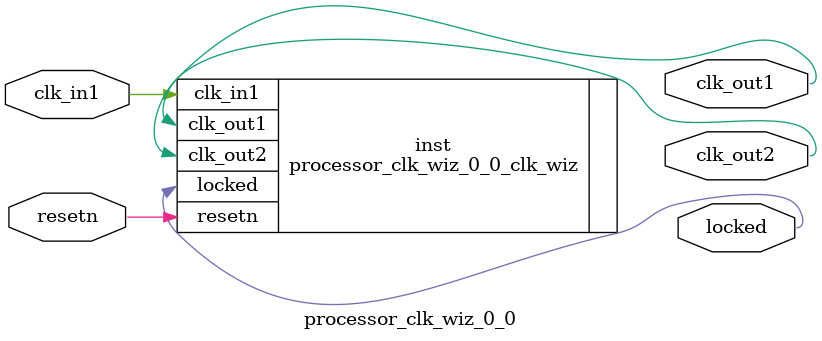
<source format=v>


`timescale 1ps/1ps

(* CORE_GENERATION_INFO = "processor_clk_wiz_0_0,clk_wiz_v5_4_1_0,{component_name=processor_clk_wiz_0_0,use_phase_alignment=true,use_min_o_jitter=false,use_max_i_jitter=false,use_dyn_phase_shift=false,use_inclk_switchover=false,use_dyn_reconfig=false,enable_axi=0,feedback_source=FDBK_AUTO,PRIMITIVE=MMCM,num_out_clk=2,clkin1_period=10.000,clkin2_period=10.000,use_power_down=false,use_reset=true,use_locked=true,use_inclk_stopped=false,feedback_type=SINGLE,CLOCK_MGR_TYPE=NA,manual_override=false}" *)

module processor_clk_wiz_0_0 
 (
  // Clock out ports
  output        clk_out1,
  output        clk_out2,
  // Status and control signals
  input         resetn,
  output        locked,
 // Clock in ports
  input         clk_in1
 );

  processor_clk_wiz_0_0_clk_wiz inst
  (
  // Clock out ports  
  .clk_out1(clk_out1),
  .clk_out2(clk_out2),
  // Status and control signals               
  .resetn(resetn), 
  .locked(locked),
 // Clock in ports
  .clk_in1(clk_in1)
  );

endmodule

</source>
